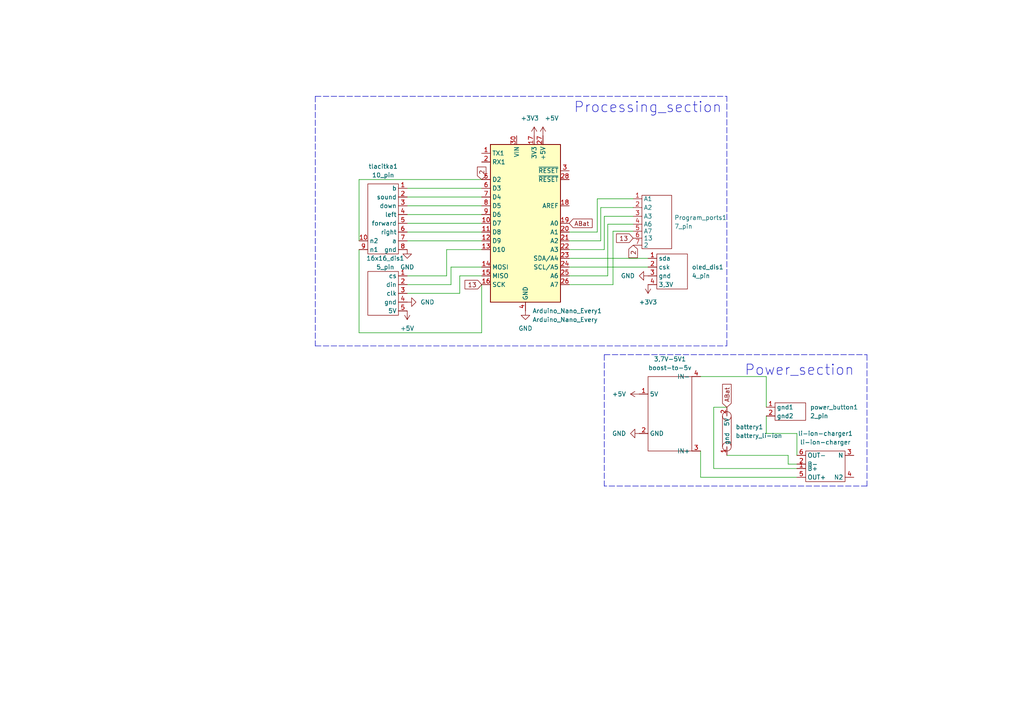
<source format=kicad_sch>
(kicad_sch (version 20211123) (generator eeschema)

  (uuid 01109662-12b4-48a3-b68d-624008909c2a)

  (paper "A4")

  (lib_symbols
    (symbol "Jst_tht_urx:10_pin" (in_bom yes) (on_board yes)
      (property "Reference" "U" (id 0) (at -6.35 10.16 0)
        (effects (font (size 1.27 1.27)))
      )
      (property "Value" "10_pin" (id 1) (at -2.54 10.16 0)
        (effects (font (size 1.27 1.27)))
      )
      (property "Footprint" "" (id 2) (at 0 0 0)
        (effects (font (size 1.27 1.27)) hide)
      )
      (property "Datasheet" "" (id 3) (at 0 0 0)
        (effects (font (size 1.27 1.27)) hide)
      )
      (symbol "10_pin_0_1"
        (rectangle (start 1.27 8.89) (end -7.62 -11.43)
          (stroke (width 0) (type default) (color 0 0 0 0))
          (fill (type none))
        )
      )
      (symbol "10_pin_1_1"
        (pin input line (at 3.81 7.62 180) (length 2.54)
          (name "b" (effects (font (size 1.27 1.27))))
          (number "1" (effects (font (size 1.27 1.27))))
        )
        (pin input line (at -10.16 -7.62 0) (length 2.54)
          (name "n2" (effects (font (size 1.27 1.27))))
          (number "10" (effects (font (size 1.27 1.27))))
        )
        (pin input line (at 3.81 5.08 180) (length 2.54)
          (name "sound" (effects (font (size 1.27 1.27))))
          (number "2" (effects (font (size 1.27 1.27))))
        )
        (pin input line (at 3.81 2.54 180) (length 2.54)
          (name "down" (effects (font (size 1.27 1.27))))
          (number "3" (effects (font (size 1.27 1.27))))
        )
        (pin input line (at 3.81 0 180) (length 2.54)
          (name "left" (effects (font (size 1.27 1.27))))
          (number "4" (effects (font (size 1.27 1.27))))
        )
        (pin input line (at 3.81 -2.54 180) (length 2.54)
          (name "forward" (effects (font (size 1.27 1.27))))
          (number "5" (effects (font (size 1.27 1.27))))
        )
        (pin input line (at 3.81 -5.08 180) (length 2.54)
          (name "right" (effects (font (size 1.27 1.27))))
          (number "6" (effects (font (size 1.27 1.27))))
        )
        (pin input line (at 3.81 -7.62 180) (length 2.54)
          (name "a" (effects (font (size 1.27 1.27))))
          (number "7" (effects (font (size 1.27 1.27))))
        )
        (pin input line (at 3.81 -10.16 180) (length 2.54)
          (name "gnd" (effects (font (size 1.27 1.27))))
          (number "8" (effects (font (size 1.27 1.27))))
        )
        (pin input line (at -10.16 -10.16 0) (length 2.54)
          (name "n1" (effects (font (size 1.27 1.27))))
          (number "9" (effects (font (size 1.27 1.27))))
        )
      )
    )
    (symbol "Jst_tht_urx:2_pin" (in_bom yes) (on_board yes)
      (property "Reference" "U" (id 0) (at -6.35 10.16 0)
        (effects (font (size 1.27 1.27)))
      )
      (property "Value" "2_pin" (id 1) (at -2.54 10.16 0)
        (effects (font (size 1.27 1.27)))
      )
      (property "Footprint" "" (id 2) (at 0 0 0)
        (effects (font (size 1.27 1.27)) hide)
      )
      (property "Datasheet" "" (id 3) (at 0 0 0)
        (effects (font (size 1.27 1.27)) hide)
      )
      (symbol "2_pin_0_1"
        (polyline
          (pts
            (xy -7.62 8.89)
            (xy -7.62 3.81)
            (xy 1.27 3.81)
            (xy 1.27 8.89)
            (xy -7.62 8.89)
          )
          (stroke (width 0) (type default) (color 0 0 0 0))
          (fill (type none))
        )
      )
      (symbol "2_pin_1_1"
        (pin input line (at -10.16 7.62 0) (length 2.54)
          (name "gnd1" (effects (font (size 1.27 1.27))))
          (number "1" (effects (font (size 1.27 1.27))))
        )
        (pin input line (at -10.16 5.08 0) (length 2.54)
          (name "gnd2" (effects (font (size 1.27 1.27))))
          (number "2" (effects (font (size 1.27 1.27))))
        )
      )
    )
    (symbol "Jst_tht_urx:4_pin" (in_bom yes) (on_board yes)
      (property "Reference" "U" (id 0) (at -6.35 10.16 0)
        (effects (font (size 1.27 1.27)))
      )
      (property "Value" "4_pin" (id 1) (at -2.54 10.16 0)
        (effects (font (size 1.27 1.27)))
      )
      (property "Footprint" "" (id 2) (at 0 0 0)
        (effects (font (size 1.27 1.27)) hide)
      )
      (property "Datasheet" "" (id 3) (at 0 0 0)
        (effects (font (size 1.27 1.27)) hide)
      )
      (symbol "4_pin_0_1"
        (polyline
          (pts
            (xy 1.27 -1.27)
            (xy -7.62 -1.27)
            (xy -7.62 8.89)
            (xy 1.27 8.89)
            (xy 1.27 -1.27)
          )
          (stroke (width 0) (type default) (color 0 0 0 0))
          (fill (type none))
        )
      )
      (symbol "4_pin_1_1"
        (pin input line (at -10.16 7.62 0) (length 2.54)
          (name "sda" (effects (font (size 1.27 1.27))))
          (number "1" (effects (font (size 1.27 1.27))))
        )
        (pin input line (at -10.16 5.08 0) (length 2.54)
          (name "csk" (effects (font (size 1.27 1.27))))
          (number "2" (effects (font (size 1.27 1.27))))
        )
        (pin input line (at -10.16 2.54 0) (length 2.54)
          (name "gnd" (effects (font (size 1.27 1.27))))
          (number "3" (effects (font (size 1.27 1.27))))
        )
        (pin input line (at -10.16 0 0) (length 2.54)
          (name "3,3V" (effects (font (size 1.27 1.27))))
          (number "4" (effects (font (size 1.27 1.27))))
        )
      )
    )
    (symbol "Jst_tht_urx:5_pin" (in_bom yes) (on_board yes)
      (property "Reference" "U" (id 0) (at -5.08 10.16 0)
        (effects (font (size 1.27 1.27)))
      )
      (property "Value" "5_pin" (id 1) (at -1.27 10.16 0)
        (effects (font (size 1.27 1.27)))
      )
      (property "Footprint" "" (id 2) (at 0 0 0)
        (effects (font (size 1.27 1.27)) hide)
      )
      (property "Datasheet" "" (id 3) (at 0 0 0)
        (effects (font (size 1.27 1.27)) hide)
      )
      (symbol "5_pin_0_1"
        (polyline
          (pts
            (xy 1.27 8.89)
            (xy 1.27 -3.81)
            (xy -7.62 -3.81)
            (xy -7.62 8.89)
            (xy 1.27 8.89)
          )
          (stroke (width 0) (type default) (color 0 0 0 0))
          (fill (type none))
        )
      )
      (symbol "5_pin_1_1"
        (pin input line (at 3.81 7.62 180) (length 2.54)
          (name "cs" (effects (font (size 1.27 1.27))))
          (number "1" (effects (font (size 1.27 1.27))))
        )
        (pin input line (at 3.81 5.08 180) (length 2.54)
          (name "din" (effects (font (size 1.27 1.27))))
          (number "2" (effects (font (size 1.27 1.27))))
        )
        (pin input line (at 3.81 2.54 180) (length 2.54)
          (name "clk" (effects (font (size 1.27 1.27))))
          (number "3" (effects (font (size 1.27 1.27))))
        )
        (pin input line (at 3.81 0 180) (length 2.54)
          (name "gnd" (effects (font (size 1.27 1.27))))
          (number "4" (effects (font (size 1.27 1.27))))
        )
        (pin input line (at 3.81 -2.54 180) (length 2.54)
          (name "5V" (effects (font (size 1.27 1.27))))
          (number "5" (effects (font (size 1.27 1.27))))
        )
      )
    )
    (symbol "Jst_tht_urx:7_pin" (in_bom yes) (on_board yes)
      (property "Reference" "U" (id 0) (at -6.35 10.16 0)
        (effects (font (size 1.27 1.27)))
      )
      (property "Value" "7_pin" (id 1) (at -2.54 10.16 0)
        (effects (font (size 1.27 1.27)))
      )
      (property "Footprint" "" (id 2) (at 0 0 0)
        (effects (font (size 1.27 1.27)) hide)
      )
      (property "Datasheet" "" (id 3) (at 0 0 0)
        (effects (font (size 1.27 1.27)) hide)
      )
      (symbol "7_pin_0_1"
        (rectangle (start -7.62 8.636) (end 1.016 -6.858)
          (stroke (width 0) (type default) (color 0 0 0 0))
          (fill (type none))
        )
      )
      (symbol "7_pin_1_1"
        (pin input line (at -10.16 7.62 0) (length 2.54)
          (name "A1" (effects (font (size 1.27 1.27))))
          (number "1" (effects (font (size 1.27 1.27))))
        )
        (pin input line (at -10.16 5.08 0) (length 2.54)
          (name "A2" (effects (font (size 1.27 1.27))))
          (number "2" (effects (font (size 1.27 1.27))))
        )
        (pin input line (at -10.16 2.54 0) (length 2.54)
          (name "A3" (effects (font (size 1.27 1.27))))
          (number "3" (effects (font (size 1.27 1.27))))
        )
        (pin input line (at -10.16 0.254 0) (length 2.54)
          (name "A6" (effects (font (size 1.27 1.27))))
          (number "4" (effects (font (size 1.27 1.27))))
        )
        (pin input line (at -10.16 -1.778 0) (length 2.54)
          (name "A7" (effects (font (size 1.27 1.27))))
          (number "5" (effects (font (size 1.27 1.27))))
        )
        (pin input line (at -10.16 -3.81 0) (length 2.54)
          (name "13" (effects (font (size 1.27 1.27))))
          (number "6" (effects (font (size 1.27 1.27))))
        )
        (pin input line (at -10.16 -5.842 0) (length 2.54)
          (name "2" (effects (font (size 1.27 1.27))))
          (number "7" (effects (font (size 1.27 1.27))))
        )
      )
    )
    (symbol "MCU_Module:Arduino_Nano_Every" (in_bom yes) (on_board yes)
      (property "Reference" "A" (id 0) (at -10.16 23.495 0)
        (effects (font (size 1.27 1.27)) (justify left bottom))
      )
      (property "Value" "Arduino_Nano_Every" (id 1) (at 5.08 -24.13 0)
        (effects (font (size 1.27 1.27)) (justify left top))
      )
      (property "Footprint" "Module:Arduino_Nano" (id 2) (at 0 0 0)
        (effects (font (size 1.27 1.27) italic) hide)
      )
      (property "Datasheet" "https://content.arduino.cc/assets/NANOEveryV3.0_sch.pdf" (id 3) (at 0 0 0)
        (effects (font (size 1.27 1.27)) hide)
      )
      (property "ki_keywords" "Arduino nano microcontroller module USB UPDI AATMega4809 AVR" (id 4) (at 0 0 0)
        (effects (font (size 1.27 1.27)) hide)
      )
      (property "ki_description" "Arduino Nano Every" (id 5) (at 0 0 0)
        (effects (font (size 1.27 1.27)) hide)
      )
      (property "ki_fp_filters" "Arduino*Nano*" (id 6) (at 0 0 0)
        (effects (font (size 1.27 1.27)) hide)
      )
      (symbol "Arduino_Nano_Every_0_1"
        (rectangle (start -10.16 22.86) (end 10.16 -22.86)
          (stroke (width 0.254) (type default) (color 0 0 0 0))
          (fill (type background))
        )
      )
      (symbol "Arduino_Nano_Every_1_1"
        (pin bidirectional line (at -12.7 20.32 0) (length 2.54)
          (name "TX1" (effects (font (size 1.27 1.27))))
          (number "1" (effects (font (size 1.27 1.27))))
        )
        (pin bidirectional line (at -12.7 0 0) (length 2.54)
          (name "D7" (effects (font (size 1.27 1.27))))
          (number "10" (effects (font (size 1.27 1.27))))
        )
        (pin bidirectional line (at -12.7 -2.54 0) (length 2.54)
          (name "D8" (effects (font (size 1.27 1.27))))
          (number "11" (effects (font (size 1.27 1.27))))
        )
        (pin bidirectional line (at -12.7 -5.08 0) (length 2.54)
          (name "D9" (effects (font (size 1.27 1.27))))
          (number "12" (effects (font (size 1.27 1.27))))
        )
        (pin bidirectional line (at -12.7 -7.62 0) (length 2.54)
          (name "D10" (effects (font (size 1.27 1.27))))
          (number "13" (effects (font (size 1.27 1.27))))
        )
        (pin bidirectional line (at -12.7 -12.7 0) (length 2.54)
          (name "MOSI" (effects (font (size 1.27 1.27))))
          (number "14" (effects (font (size 1.27 1.27))))
        )
        (pin bidirectional line (at -12.7 -15.24 0) (length 2.54)
          (name "MISO" (effects (font (size 1.27 1.27))))
          (number "15" (effects (font (size 1.27 1.27))))
        )
        (pin bidirectional line (at -12.7 -17.78 0) (length 2.54)
          (name "SCK" (effects (font (size 1.27 1.27))))
          (number "16" (effects (font (size 1.27 1.27))))
        )
        (pin power_out line (at 2.54 25.4 270) (length 2.54)
          (name "3V3" (effects (font (size 1.27 1.27))))
          (number "17" (effects (font (size 1.27 1.27))))
        )
        (pin input line (at 12.7 5.08 180) (length 2.54)
          (name "AREF" (effects (font (size 1.27 1.27))))
          (number "18" (effects (font (size 1.27 1.27))))
        )
        (pin bidirectional line (at 12.7 0 180) (length 2.54)
          (name "A0" (effects (font (size 1.27 1.27))))
          (number "19" (effects (font (size 1.27 1.27))))
        )
        (pin bidirectional line (at -12.7 17.78 0) (length 2.54)
          (name "RX1" (effects (font (size 1.27 1.27))))
          (number "2" (effects (font (size 1.27 1.27))))
        )
        (pin bidirectional line (at 12.7 -2.54 180) (length 2.54)
          (name "A1" (effects (font (size 1.27 1.27))))
          (number "20" (effects (font (size 1.27 1.27))))
        )
        (pin bidirectional line (at 12.7 -5.08 180) (length 2.54)
          (name "A2" (effects (font (size 1.27 1.27))))
          (number "21" (effects (font (size 1.27 1.27))))
        )
        (pin bidirectional line (at 12.7 -7.62 180) (length 2.54)
          (name "A3" (effects (font (size 1.27 1.27))))
          (number "22" (effects (font (size 1.27 1.27))))
        )
        (pin bidirectional line (at 12.7 -10.16 180) (length 2.54)
          (name "SDA/A4" (effects (font (size 1.27 1.27))))
          (number "23" (effects (font (size 1.27 1.27))))
        )
        (pin bidirectional line (at 12.7 -12.7 180) (length 2.54)
          (name "SCL/A5" (effects (font (size 1.27 1.27))))
          (number "24" (effects (font (size 1.27 1.27))))
        )
        (pin bidirectional line (at 12.7 -15.24 180) (length 2.54)
          (name "A6" (effects (font (size 1.27 1.27))))
          (number "25" (effects (font (size 1.27 1.27))))
        )
        (pin bidirectional line (at 12.7 -17.78 180) (length 2.54)
          (name "A7" (effects (font (size 1.27 1.27))))
          (number "26" (effects (font (size 1.27 1.27))))
        )
        (pin power_out line (at 5.08 25.4 270) (length 2.54)
          (name "+5V" (effects (font (size 1.27 1.27))))
          (number "27" (effects (font (size 1.27 1.27))))
        )
        (pin input line (at 12.7 12.7 180) (length 2.54)
          (name "~{RESET}" (effects (font (size 1.27 1.27))))
          (number "28" (effects (font (size 1.27 1.27))))
        )
        (pin passive line (at 0 -25.4 90) (length 2.54) hide
          (name "GND" (effects (font (size 1.27 1.27))))
          (number "29" (effects (font (size 1.27 1.27))))
        )
        (pin input line (at 12.7 15.24 180) (length 2.54)
          (name "~{RESET}" (effects (font (size 1.27 1.27))))
          (number "3" (effects (font (size 1.27 1.27))))
        )
        (pin power_in line (at -2.54 25.4 270) (length 2.54)
          (name "VIN" (effects (font (size 1.27 1.27))))
          (number "30" (effects (font (size 1.27 1.27))))
        )
        (pin power_in line (at 0 -25.4 90) (length 2.54)
          (name "GND" (effects (font (size 1.27 1.27))))
          (number "4" (effects (font (size 1.27 1.27))))
        )
        (pin bidirectional line (at -12.7 12.7 0) (length 2.54)
          (name "D2" (effects (font (size 1.27 1.27))))
          (number "5" (effects (font (size 1.27 1.27))))
        )
        (pin bidirectional line (at -12.7 10.16 0) (length 2.54)
          (name "D3" (effects (font (size 1.27 1.27))))
          (number "6" (effects (font (size 1.27 1.27))))
        )
        (pin bidirectional line (at -12.7 7.62 0) (length 2.54)
          (name "D4" (effects (font (size 1.27 1.27))))
          (number "7" (effects (font (size 1.27 1.27))))
        )
        (pin bidirectional line (at -12.7 5.08 0) (length 2.54)
          (name "D5" (effects (font (size 1.27 1.27))))
          (number "8" (effects (font (size 1.27 1.27))))
        )
        (pin bidirectional line (at -12.7 2.54 0) (length 2.54)
          (name "D6" (effects (font (size 1.27 1.27))))
          (number "9" (effects (font (size 1.27 1.27))))
        )
      )
    )
    (symbol "boost-5v:battery_li-ion" (in_bom yes) (on_board yes)
      (property "Reference" "U" (id 0) (at 3.81 1.27 0)
        (effects (font (size 1.27 1.27)))
      )
      (property "Value" "battery_li-ion" (id 1) (at 8.89 3.81 0)
        (effects (font (size 1.27 1.27)))
      )
      (property "Footprint" "" (id 2) (at 0 0 0)
        (effects (font (size 1.27 1.27)) hide)
      )
      (property "Datasheet" "" (id 3) (at 0 0 0)
        (effects (font (size 1.27 1.27)) hide)
      )
      (symbol "battery_li-ion_0_1"
        (circle (center 0 -3.81) (radius 1.27)
          (stroke (width 0) (type default) (color 0 0 0 0))
          (fill (type none))
        )
        (polyline
          (pts
            (xy -1.27 5.08)
            (xy -1.27 -3.81)
          )
          (stroke (width 0) (type default) (color 0 0 0 0))
          (fill (type none))
        )
        (polyline
          (pts
            (xy 1.27 -3.81)
            (xy 1.27 5.08)
            (xy 1.27 -1.27)
          )
          (stroke (width 0) (type default) (color 0 0 0 0))
          (fill (type none))
        )
        (circle (center 0 5.08) (radius 1.27)
          (stroke (width 0) (type default) (color 0 0 0 0))
          (fill (type none))
        )
      )
      (symbol "battery_li-ion_1_1"
        (pin input line (at 0 -6.35 90) (length 2.54)
          (name "gnd" (effects (font (size 1.27 1.27))))
          (number "1" (effects (font (size 1.27 1.27))))
        )
        (pin input line (at 0 7.62 270) (length 2.54)
          (name "5V" (effects (font (size 1.27 1.27))))
          (number "2" (effects (font (size 1.27 1.27))))
        )
      )
    )
    (symbol "boost-5v:boost-to-5v" (in_bom yes) (on_board yes)
      (property "Reference" "U" (id 0) (at 0 11.43 0)
        (effects (font (size 1.27 1.27)))
      )
      (property "Value" "boost-to-5v" (id 1) (at 0 1.27 0)
        (effects (font (size 1.27 1.27)))
      )
      (property "Footprint" "urx_0_5_library:boost-to-5v" (id 2) (at 0 3.81 0)
        (effects (font (size 1.27 1.27)))
      )
      (property "Datasheet" "" (id 3) (at 0 0 0)
        (effects (font (size 1.27 1.27)) hide)
      )
      (symbol "boost-to-5v_0_1"
        (rectangle (start -6.35 12.7) (end 6.35 -8.89)
          (stroke (width 0) (type default) (color 0 0 0 0))
          (fill (type none))
        )
      )
      (symbol "boost-to-5v_1_1"
        (pin input line (at -8.89 7.62 0) (length 2.54)
          (name "5V" (effects (font (size 1.27 1.27))))
          (number "1" (effects (font (size 1.27 1.27))))
        )
        (pin input line (at -8.89 -3.81 0) (length 2.54)
          (name "GND" (effects (font (size 1.27 1.27))))
          (number "2" (effects (font (size 1.27 1.27))))
        )
        (pin input line (at 8.89 -8.89 180) (length 2.54)
          (name "IN+" (effects (font (size 1.27 1.27))))
          (number "3" (effects (font (size 1.27 1.27))))
        )
        (pin input line (at 8.89 12.7 180) (length 2.54)
          (name "IN-" (effects (font (size 1.27 1.27))))
          (number "4" (effects (font (size 1.27 1.27))))
        )
      )
    )
    (symbol "boost-5v:li-ion-charger" (in_bom yes) (on_board yes)
      (property "Reference" "U" (id 0) (at 0 0 0)
        (effects (font (size 1.27 1.27)))
      )
      (property "Value" "li-ion-charger" (id 1) (at 0 6.35 0)
        (effects (font (size 1.27 1.27)))
      )
      (property "Footprint" "urx_0_5_library:li-ion-charger" (id 2) (at 0 0 0)
        (effects (font (size 1.27 1.27)) hide)
      )
      (property "Datasheet" "" (id 3) (at 0 0 0)
        (effects (font (size 1.27 1.27)) hide)
      )
      (symbol "li-ion-charger_0_1"
        (rectangle (start -5.08 5.08) (end 6.35 -3.81)
          (stroke (width 0) (type default) (color 0 0 0 0))
          (fill (type none))
        )
      )
      (symbol "li-ion-charger_1_1"
        (pin input line (at -7.62 0 0) (length 2.54)
          (name "B+" (effects (font (size 1.27 1.27))))
          (number "1" (effects (font (size 1.27 1.27))))
        )
        (pin input line (at -7.62 1.27 0) (length 2.54)
          (name "B-" (effects (font (size 1.27 1.27))))
          (number "2" (effects (font (size 1.27 1.27))))
        )
        (pin input line (at 8.89 3.81 180) (length 2.54)
          (name "N" (effects (font (size 1.27 1.27))))
          (number "3" (effects (font (size 1.27 1.27))))
        )
        (pin input line (at 8.89 -2.54 180) (length 2.54)
          (name "N2" (effects (font (size 1.27 1.27))))
          (number "4" (effects (font (size 1.27 1.27))))
        )
        (pin input line (at -7.62 -2.54 0) (length 2.54)
          (name "OUT+" (effects (font (size 1.27 1.27))))
          (number "5" (effects (font (size 1.27 1.27))))
        )
        (pin input line (at -7.62 3.81 0) (length 2.54)
          (name "OUT-" (effects (font (size 1.27 1.27))))
          (number "6" (effects (font (size 1.27 1.27))))
        )
      )
    )
    (symbol "power:+3.3V" (power) (pin_names (offset 0)) (in_bom yes) (on_board yes)
      (property "Reference" "#PWR" (id 0) (at 0 -3.81 0)
        (effects (font (size 1.27 1.27)) hide)
      )
      (property "Value" "+3.3V" (id 1) (at 0 3.556 0)
        (effects (font (size 1.27 1.27)))
      )
      (property "Footprint" "" (id 2) (at 0 0 0)
        (effects (font (size 1.27 1.27)) hide)
      )
      (property "Datasheet" "" (id 3) (at 0 0 0)
        (effects (font (size 1.27 1.27)) hide)
      )
      (property "ki_keywords" "power-flag" (id 4) (at 0 0 0)
        (effects (font (size 1.27 1.27)) hide)
      )
      (property "ki_description" "Power symbol creates a global label with name \"+3.3V\"" (id 5) (at 0 0 0)
        (effects (font (size 1.27 1.27)) hide)
      )
      (symbol "+3.3V_0_1"
        (polyline
          (pts
            (xy -0.762 1.27)
            (xy 0 2.54)
          )
          (stroke (width 0) (type default) (color 0 0 0 0))
          (fill (type none))
        )
        (polyline
          (pts
            (xy 0 0)
            (xy 0 2.54)
          )
          (stroke (width 0) (type default) (color 0 0 0 0))
          (fill (type none))
        )
        (polyline
          (pts
            (xy 0 2.54)
            (xy 0.762 1.27)
          )
          (stroke (width 0) (type default) (color 0 0 0 0))
          (fill (type none))
        )
      )
      (symbol "+3.3V_1_1"
        (pin power_in line (at 0 0 90) (length 0) hide
          (name "+3V3" (effects (font (size 1.27 1.27))))
          (number "1" (effects (font (size 1.27 1.27))))
        )
      )
    )
    (symbol "power:+5V" (power) (pin_names (offset 0)) (in_bom yes) (on_board yes)
      (property "Reference" "#PWR" (id 0) (at 0 -3.81 0)
        (effects (font (size 1.27 1.27)) hide)
      )
      (property "Value" "+5V" (id 1) (at 0 3.556 0)
        (effects (font (size 1.27 1.27)))
      )
      (property "Footprint" "" (id 2) (at 0 0 0)
        (effects (font (size 1.27 1.27)) hide)
      )
      (property "Datasheet" "" (id 3) (at 0 0 0)
        (effects (font (size 1.27 1.27)) hide)
      )
      (property "ki_keywords" "power-flag" (id 4) (at 0 0 0)
        (effects (font (size 1.27 1.27)) hide)
      )
      (property "ki_description" "Power symbol creates a global label with name \"+5V\"" (id 5) (at 0 0 0)
        (effects (font (size 1.27 1.27)) hide)
      )
      (symbol "+5V_0_1"
        (polyline
          (pts
            (xy -0.762 1.27)
            (xy 0 2.54)
          )
          (stroke (width 0) (type default) (color 0 0 0 0))
          (fill (type none))
        )
        (polyline
          (pts
            (xy 0 0)
            (xy 0 2.54)
          )
          (stroke (width 0) (type default) (color 0 0 0 0))
          (fill (type none))
        )
        (polyline
          (pts
            (xy 0 2.54)
            (xy 0.762 1.27)
          )
          (stroke (width 0) (type default) (color 0 0 0 0))
          (fill (type none))
        )
      )
      (symbol "+5V_1_1"
        (pin power_in line (at 0 0 90) (length 0) hide
          (name "+5V" (effects (font (size 1.27 1.27))))
          (number "1" (effects (font (size 1.27 1.27))))
        )
      )
    )
    (symbol "power:GND" (power) (pin_names (offset 0)) (in_bom yes) (on_board yes)
      (property "Reference" "#PWR" (id 0) (at 0 -6.35 0)
        (effects (font (size 1.27 1.27)) hide)
      )
      (property "Value" "GND" (id 1) (at 0 -3.81 0)
        (effects (font (size 1.27 1.27)))
      )
      (property "Footprint" "" (id 2) (at 0 0 0)
        (effects (font (size 1.27 1.27)) hide)
      )
      (property "Datasheet" "" (id 3) (at 0 0 0)
        (effects (font (size 1.27 1.27)) hide)
      )
      (property "ki_keywords" "power-flag" (id 4) (at 0 0 0)
        (effects (font (size 1.27 1.27)) hide)
      )
      (property "ki_description" "Power symbol creates a global label with name \"GND\" , ground" (id 5) (at 0 0 0)
        (effects (font (size 1.27 1.27)) hide)
      )
      (symbol "GND_0_1"
        (polyline
          (pts
            (xy 0 0)
            (xy 0 -1.27)
            (xy 1.27 -1.27)
            (xy 0 -2.54)
            (xy -1.27 -1.27)
            (xy 0 -1.27)
          )
          (stroke (width 0) (type default) (color 0 0 0 0))
          (fill (type none))
        )
      )
      (symbol "GND_1_1"
        (pin power_in line (at 0 0 270) (length 0) hide
          (name "GND" (effects (font (size 1.27 1.27))))
          (number "1" (effects (font (size 1.27 1.27))))
        )
      )
    )
  )


  (wire (pts (xy 207.01 118.11) (xy 207.01 135.89))
    (stroke (width 0) (type default) (color 0 0 0 0))
    (uuid 00a2bb65-759e-4331-a3f7-c6ceaeafb881)
  )
  (wire (pts (xy 183.642 65.024) (xy 176.276 65.024))
    (stroke (width 0) (type default) (color 0 0 0 0))
    (uuid 08b98492-9013-4277-8609-f10923a9d44f)
  )
  (wire (pts (xy 118.11 54.61) (xy 139.7 54.61))
    (stroke (width 0) (type default) (color 0 0 0 0))
    (uuid 0a8827c1-3361-41ee-931f-346dd66a9f8e)
  )
  (wire (pts (xy 133.35 85.09) (xy 133.35 80.01))
    (stroke (width 0) (type default) (color 0 0 0 0))
    (uuid 0b39989d-da0a-4db2-aaac-9d05cd8da2cf)
  )
  (wire (pts (xy 183.642 57.658) (xy 173.228 57.658))
    (stroke (width 0) (type default) (color 0 0 0 0))
    (uuid 100c5f05-b2f4-47fb-bd32-2151d413de8f)
  )
  (polyline (pts (xy 175.26 102.87) (xy 251.46 102.87))
    (stroke (width 0) (type default) (color 0 0 0 0))
    (uuid 147949b3-af2e-4bde-a003-6ceed142e708)
  )
  (polyline (pts (xy 91.44 100.33) (xy 210.82 100.33))
    (stroke (width 0) (type default) (color 0 0 0 0))
    (uuid 1736a79f-5974-4e04-ae1f-623cc85819c5)
  )

  (wire (pts (xy 176.276 65.024) (xy 176.276 80.01))
    (stroke (width 0) (type default) (color 0 0 0 0))
    (uuid 1b407040-cfe0-4308-ab1e-18efa472ef38)
  )
  (polyline (pts (xy 251.46 102.87) (xy 251.46 140.97))
    (stroke (width 0) (type default) (color 0 0 0 0))
    (uuid 1edd4980-7557-44fd-8462-d9a692b8d12f)
  )

  (wire (pts (xy 165.1 77.47) (xy 187.96 77.47))
    (stroke (width 0) (type default) (color 0 0 0 0))
    (uuid 22cdb640-c4f0-4f57-bf3d-ad627a4f4f44)
  )
  (wire (pts (xy 183.642 62.738) (xy 175.26 62.738))
    (stroke (width 0) (type default) (color 0 0 0 0))
    (uuid 250eeaae-57c4-4fc9-8315-cd48fe337715)
  )
  (wire (pts (xy 173.228 67.31) (xy 165.1 67.31))
    (stroke (width 0) (type default) (color 0 0 0 0))
    (uuid 2b24a9e2-118d-4a49-9695-222c16246682)
  )
  (wire (pts (xy 183.642 67.056) (xy 177.8 67.056))
    (stroke (width 0) (type default) (color 0 0 0 0))
    (uuid 2b37dc93-4390-404e-a69d-f585a3737f1e)
  )
  (wire (pts (xy 174.244 69.85) (xy 165.1 69.85))
    (stroke (width 0) (type default) (color 0 0 0 0))
    (uuid 3919d9b8-df54-458c-b4bc-44a33bf87320)
  )
  (wire (pts (xy 118.11 57.15) (xy 139.7 57.15))
    (stroke (width 0) (type default) (color 0 0 0 0))
    (uuid 3caac8eb-18d5-4e7d-b816-096d91b7f6eb)
  )
  (wire (pts (xy 104.14 96.52) (xy 139.7 96.52))
    (stroke (width 0) (type default) (color 0 0 0 0))
    (uuid 422f589e-ad7d-48f0-ad54-1d09a9f7daf5)
  )
  (wire (pts (xy 210.82 132.08) (xy 228.6 132.08))
    (stroke (width 0) (type default) (color 0 0 0 0))
    (uuid 44763b73-bb6a-4094-877a-490fc39a4ed5)
  )
  (wire (pts (xy 129.54 72.39) (xy 139.7 72.39))
    (stroke (width 0) (type default) (color 0 0 0 0))
    (uuid 460dd544-9344-42c0-9762-126f372c9ec1)
  )
  (wire (pts (xy 203.2 109.22) (xy 222.25 109.22))
    (stroke (width 0) (type default) (color 0 0 0 0))
    (uuid 4a8745df-2db3-45f3-8704-f352d04800f6)
  )
  (wire (pts (xy 228.6 134.62) (xy 231.14 134.62))
    (stroke (width 0) (type default) (color 0 0 0 0))
    (uuid 4af9f995-ac9f-4238-9ed7-c9b19f0ff14c)
  )
  (polyline (pts (xy 175.26 102.87) (xy 175.26 140.97))
    (stroke (width 0) (type default) (color 0 0 0 0))
    (uuid 4b6fbbcc-9a2e-4f7f-a0a5-cb5c7f0e9a6c)
  )

  (wire (pts (xy 231.14 138.43) (xy 203.2 138.43))
    (stroke (width 0) (type default) (color 0 0 0 0))
    (uuid 525c2aca-eaa0-45ed-b09f-8ecbb7b7a9f9)
  )
  (wire (pts (xy 118.11 85.09) (xy 133.35 85.09))
    (stroke (width 0) (type default) (color 0 0 0 0))
    (uuid 55914b9f-53ce-44fb-9542-4e431b0bbd65)
  )
  (wire (pts (xy 130.81 77.47) (xy 139.7 77.47))
    (stroke (width 0) (type default) (color 0 0 0 0))
    (uuid 62bbd744-26ec-4ce9-a39f-4af797510505)
  )
  (polyline (pts (xy 91.44 27.94) (xy 91.44 100.33))
    (stroke (width 0) (type default) (color 0 0 0 0))
    (uuid 63f36c63-9bf7-431f-ab9b-5d944f22b8ca)
  )

  (wire (pts (xy 222.25 125.73) (xy 222.25 120.65))
    (stroke (width 0) (type default) (color 0 0 0 0))
    (uuid 6efc4c3d-bcca-4038-869a-331609eef5ba)
  )
  (wire (pts (xy 118.11 59.69) (xy 139.7 59.69))
    (stroke (width 0) (type default) (color 0 0 0 0))
    (uuid 717c47df-493e-412a-bd0a-bf1fc1442f0e)
  )
  (polyline (pts (xy 210.82 100.33) (xy 210.82 27.94))
    (stroke (width 0) (type default) (color 0 0 0 0))
    (uuid 71b052f6-6e9b-49fb-b3f7-ad1ba15cca54)
  )

  (wire (pts (xy 210.82 118.11) (xy 207.01 118.11))
    (stroke (width 0) (type default) (color 0 0 0 0))
    (uuid 743abc65-0609-444b-b40e-858e3bcb2b0a)
  )
  (wire (pts (xy 118.11 67.31) (xy 139.7 67.31))
    (stroke (width 0) (type default) (color 0 0 0 0))
    (uuid 78094de9-f506-482d-83bd-37601ad5475b)
  )
  (wire (pts (xy 118.11 69.85) (xy 139.7 69.85))
    (stroke (width 0) (type default) (color 0 0 0 0))
    (uuid 7eb04066-cf83-4f56-995d-7318c28aeb81)
  )
  (wire (pts (xy 175.26 62.738) (xy 175.26 72.39))
    (stroke (width 0) (type default) (color 0 0 0 0))
    (uuid 825be8f5-f7a8-4eb5-b5f8-c3ce19abe1f7)
  )
  (wire (pts (xy 165.1 74.93) (xy 187.96 74.93))
    (stroke (width 0) (type default) (color 0 0 0 0))
    (uuid 9163d88e-f71c-4a61-bca9-a811c318c3ee)
  )
  (wire (pts (xy 133.35 80.01) (xy 139.7 80.01))
    (stroke (width 0) (type default) (color 0 0 0 0))
    (uuid 92d85d2f-333d-4d1b-b5f5-b35e8e6b190f)
  )
  (wire (pts (xy 104.14 69.85) (xy 104.14 52.07))
    (stroke (width 0) (type default) (color 0 0 0 0))
    (uuid 97cc3de8-6ec3-4e16-a834-410799b517b7)
  )
  (wire (pts (xy 231.14 125.73) (xy 222.25 125.73))
    (stroke (width 0) (type default) (color 0 0 0 0))
    (uuid 9969efbb-9937-4624-ac55-61bc0da2afc4)
  )
  (wire (pts (xy 173.228 57.658) (xy 173.228 67.31))
    (stroke (width 0) (type default) (color 0 0 0 0))
    (uuid 9a46ab32-277f-4a12-97c9-dfd03b6ea429)
  )
  (wire (pts (xy 118.11 64.77) (xy 139.7 64.77))
    (stroke (width 0) (type default) (color 0 0 0 0))
    (uuid 9aba54a4-e279-49d8-97a9-6a1a2662c7c6)
  )
  (wire (pts (xy 228.6 132.08) (xy 228.6 134.62))
    (stroke (width 0) (type default) (color 0 0 0 0))
    (uuid 9c90231d-d5c5-45fe-8655-3a3cdbf41555)
  )
  (wire (pts (xy 174.244 60.198) (xy 174.244 69.85))
    (stroke (width 0) (type default) (color 0 0 0 0))
    (uuid adc8caae-59c2-4408-9214-42b5d0803157)
  )
  (polyline (pts (xy 91.44 27.94) (xy 210.82 27.94))
    (stroke (width 0) (type default) (color 0 0 0 0))
    (uuid b2e6a279-254b-4541-9381-7694919d5560)
  )

  (wire (pts (xy 175.26 72.39) (xy 165.1 72.39))
    (stroke (width 0) (type default) (color 0 0 0 0))
    (uuid bd801c6a-8865-49aa-ae19-e59b03191952)
  )
  (wire (pts (xy 118.11 82.55) (xy 130.81 82.55))
    (stroke (width 0) (type default) (color 0 0 0 0))
    (uuid c2e5c38b-dad6-4c78-86c3-45404a0a028b)
  )
  (wire (pts (xy 130.81 82.55) (xy 130.81 77.47))
    (stroke (width 0) (type default) (color 0 0 0 0))
    (uuid c7102b20-97cf-4cea-883f-ecf3b03cd365)
  )
  (wire (pts (xy 207.01 135.89) (xy 231.14 135.89))
    (stroke (width 0) (type default) (color 0 0 0 0))
    (uuid cb20bc02-3b2b-48d9-9b37-2bbfb8ccb793)
  )
  (polyline (pts (xy 251.46 140.97) (xy 175.26 140.97))
    (stroke (width 0) (type default) (color 0 0 0 0))
    (uuid cbe69c7b-0b46-4698-80cd-09602d90d6a8)
  )

  (wire (pts (xy 104.14 52.07) (xy 139.7 52.07))
    (stroke (width 0) (type default) (color 0 0 0 0))
    (uuid cca82a32-c444-483e-9e64-3162da6d3e3e)
  )
  (wire (pts (xy 222.25 118.11) (xy 222.25 109.22))
    (stroke (width 0) (type default) (color 0 0 0 0))
    (uuid d5153286-4148-4eed-ac9c-c30f0d37578c)
  )
  (wire (pts (xy 177.8 82.55) (xy 165.1 82.55))
    (stroke (width 0) (type default) (color 0 0 0 0))
    (uuid d6d90977-2360-4607-9ee9-7717ecacd949)
  )
  (wire (pts (xy 104.14 72.39) (xy 104.14 96.52))
    (stroke (width 0) (type default) (color 0 0 0 0))
    (uuid d75a960a-4b8b-4882-a696-579464cd5b06)
  )
  (wire (pts (xy 129.54 80.01) (xy 129.54 72.39))
    (stroke (width 0) (type default) (color 0 0 0 0))
    (uuid d8c709f3-02d6-4ee1-be59-d78f6e52c9ea)
  )
  (wire (pts (xy 177.8 67.056) (xy 177.8 82.55))
    (stroke (width 0) (type default) (color 0 0 0 0))
    (uuid d9b8b231-5e21-4331-851f-e7ac0ffd774d)
  )
  (wire (pts (xy 183.642 60.198) (xy 174.244 60.198))
    (stroke (width 0) (type default) (color 0 0 0 0))
    (uuid e8569a5a-8633-4e86-8da9-77c611f544b8)
  )
  (wire (pts (xy 231.14 132.08) (xy 231.14 125.73))
    (stroke (width 0) (type default) (color 0 0 0 0))
    (uuid eb007bd7-b8cf-4075-abc5-7a614322c634)
  )
  (wire (pts (xy 139.7 96.52) (xy 139.7 82.55))
    (stroke (width 0) (type default) (color 0 0 0 0))
    (uuid ecd6b7df-8bf2-4e67-8c55-c3b23e767877)
  )
  (wire (pts (xy 118.11 80.01) (xy 129.54 80.01))
    (stroke (width 0) (type default) (color 0 0 0 0))
    (uuid f1137494-0de3-4ffe-bad9-8fa4f44d90c2)
  )
  (wire (pts (xy 118.11 62.23) (xy 139.7 62.23))
    (stroke (width 0) (type default) (color 0 0 0 0))
    (uuid f2c95b89-2bdc-4b03-a434-cd9e6b52d72d)
  )
  (wire (pts (xy 203.2 138.43) (xy 203.2 130.81))
    (stroke (width 0) (type default) (color 0 0 0 0))
    (uuid f9c7bec0-54c0-48b1-a6b5-05df54b573bf)
  )
  (wire (pts (xy 176.276 80.01) (xy 165.1 80.01))
    (stroke (width 0) (type default) (color 0 0 0 0))
    (uuid ff30b3dc-04e9-4b6c-a9a5-542d054ddc36)
  )

  (text "Processing_section\n" (at 166.37 33.02 0)
    (effects (font (size 3 3)) (justify left bottom))
    (uuid 6d0b1533-0aaa-477d-a8d9-bfa254d0cb31)
  )
  (text "Power_section\n" (at 215.9 109.22 0)
    (effects (font (size 3 3)) (justify left bottom))
    (uuid ff1cb1e3-7351-4011-8bce-a413dcacecb9)
  )

  (global_label "ABat" (shape input) (at 210.82 118.11 90) (fields_autoplaced)
    (effects (font (size 1.27 1.27)) (justify left))
    (uuid 10476021-0633-4757-aaa5-59958e3238c7)
    (property "Intersheet References" "${INTERSHEET_REFS}" (id 0) (at 210.7406 111.4636 90)
      (effects (font (size 1.27 1.27)) (justify left) hide)
    )
  )
  (global_label "2" (shape input) (at 183.642 71.12 270) (fields_autoplaced)
    (effects (font (size 1.27 1.27)) (justify right))
    (uuid 35fd4a6a-359c-4bc5-b55b-173c54d6bfe1)
    (property "Intersheet References" "${INTERSHEET_REFS}" (id 0) (at 183.5626 74.7426 90)
      (effects (font (size 1.27 1.27)) (justify right) hide)
    )
  )
  (global_label "13" (shape input) (at 139.7 82.55 180) (fields_autoplaced)
    (effects (font (size 1.27 1.27)) (justify right))
    (uuid 3f01845d-438e-48b4-aff4-03ef4199af4e)
    (property "Intersheet References" "${INTERSHEET_REFS}" (id 0) (at 134.8679 82.4706 0)
      (effects (font (size 1.27 1.27)) (justify right) hide)
    )
  )
  (global_label "13" (shape input) (at 183.642 69.088 180) (fields_autoplaced)
    (effects (font (size 1.27 1.27)) (justify right))
    (uuid 4824057b-41d6-4b4f-a9e1-82d12e1a8185)
    (property "Intersheet References" "${INTERSHEET_REFS}" (id 0) (at 178.8099 69.0086 0)
      (effects (font (size 1.27 1.27)) (justify right) hide)
    )
  )
  (global_label "ABat" (shape input) (at 165.1 64.77 0) (fields_autoplaced)
    (effects (font (size 1.27 1.27)) (justify left))
    (uuid 51bbb4d3-f402-4879-87f0-8b35ac82e9d3)
    (property "Intersheet References" "${INTERSHEET_REFS}" (id 0) (at 171.7464 64.6906 0)
      (effects (font (size 1.27 1.27)) (justify left) hide)
    )
  )
  (global_label "2" (shape input) (at 139.7 52.07 90) (fields_autoplaced)
    (effects (font (size 1.27 1.27)) (justify left))
    (uuid 8c26fdb4-c11e-4846-aa12-86d0a23bd30a)
    (property "Intersheet References" "${INTERSHEET_REFS}" (id 0) (at 139.6206 48.4474 90)
      (effects (font (size 1.27 1.27)) (justify left) hide)
    )
  )

  (symbol (lib_id "Jst_tht_urx:2_pin") (at 232.41 125.73 0) (unit 1)
    (in_bom yes) (on_board yes) (fields_autoplaced)
    (uuid 01f2c7cf-1af8-4d1d-8525-298de04ff0ee)
    (property "Reference" "power_button1" (id 0) (at 234.95 118.1099 0)
      (effects (font (size 1.27 1.27)) (justify left))
    )
    (property "Value" "2_pin" (id 1) (at 234.95 120.6499 0)
      (effects (font (size 1.27 1.27)) (justify left))
    )
    (property "Footprint" "Connector_PinHeader_2.00mm:PinHeader_1x02_P2.00mm_Vertical" (id 2) (at 232.41 125.73 0)
      (effects (font (size 1.27 1.27)) hide)
    )
    (property "Datasheet" "" (id 3) (at 232.41 125.73 0)
      (effects (font (size 1.27 1.27)) hide)
    )
    (pin "1" (uuid 426980aa-7d04-4317-b0da-b632f1063cb3))
    (pin "2" (uuid 0e3191a3-d0dd-474a-ab77-92abb8cf1902))
  )

  (symbol (lib_id "Jst_tht_urx:7_pin") (at 193.802 65.278 0) (unit 1)
    (in_bom yes) (on_board yes) (fields_autoplaced)
    (uuid 04f4acf4-6003-4947-bc1e-4370fabd8c31)
    (property "Reference" "Program_ports1" (id 0) (at 195.58 63.1189 0)
      (effects (font (size 1.27 1.27)) (justify left))
    )
    (property "Value" "7_pin" (id 1) (at 195.58 65.6589 0)
      (effects (font (size 1.27 1.27)) (justify left))
    )
    (property "Footprint" "Jst_tht_urx:7_pin" (id 2) (at 193.802 65.278 0)
      (effects (font (size 1.27 1.27)) hide)
    )
    (property "Datasheet" "" (id 3) (at 193.802 65.278 0)
      (effects (font (size 1.27 1.27)) hide)
    )
    (pin "1" (uuid 411f153d-a394-4772-b43b-d0abd8040ba9))
    (pin "2" (uuid 4644177b-767b-4afd-a8b0-2f6e486c1006))
    (pin "3" (uuid 9cff4f31-4b2f-44d3-8073-2e1839a54498))
    (pin "4" (uuid 092ffeae-8e84-4dd5-b028-a38b87da0a58))
    (pin "5" (uuid 2815cb81-a2ef-4067-ba49-8e1de190c1bf))
    (pin "6" (uuid 87f3a75e-cbcf-478c-aa1d-c54cbc382dda))
    (pin "7" (uuid 3affd1d4-81f5-4de0-a46c-bfc7edd280fb))
  )

  (symbol (lib_id "power:+5V") (at 157.48 39.37 0) (unit 1)
    (in_bom yes) (on_board yes)
    (uuid 1223913e-68ea-4875-b7d2-cec2fde35bb3)
    (property "Reference" "#PWR0107" (id 0) (at 157.48 43.18 0)
      (effects (font (size 1.27 1.27)) hide)
    )
    (property "Value" "+5V" (id 1) (at 160.02 34.29 0))
    (property "Footprint" "" (id 2) (at 157.48 39.37 0)
      (effects (font (size 1.27 1.27)) hide)
    )
    (property "Datasheet" "" (id 3) (at 157.48 39.37 0)
      (effects (font (size 1.27 1.27)) hide)
    )
    (pin "1" (uuid 6b1e2c3a-5da8-445a-ac70-ffab818c0b73))
  )

  (symbol (lib_id "power:+5V") (at 185.42 114.3 90) (unit 1)
    (in_bom yes) (on_board yes) (fields_autoplaced)
    (uuid 1bd50190-979b-49e3-a642-5fa4ed67df13)
    (property "Reference" "#PWR0105" (id 0) (at 189.23 114.3 0)
      (effects (font (size 1.27 1.27)) hide)
    )
    (property "Value" "+5V" (id 1) (at 181.61 114.2999 90)
      (effects (font (size 1.27 1.27)) (justify left))
    )
    (property "Footprint" "" (id 2) (at 185.42 114.3 0)
      (effects (font (size 1.27 1.27)) hide)
    )
    (property "Datasheet" "" (id 3) (at 185.42 114.3 0)
      (effects (font (size 1.27 1.27)) hide)
    )
    (pin "1" (uuid de64622d-aa49-4bce-8123-aed4d2a47023))
  )

  (symbol (lib_id "Jst_tht_urx:5_pin") (at 114.3 87.63 0) (unit 1)
    (in_bom yes) (on_board yes)
    (uuid 278882be-b9ee-4bfc-a3e1-6f2eb5af43c6)
    (property "Reference" "16x16_dis1" (id 0) (at 111.76 74.93 0))
    (property "Value" "5_pin" (id 1) (at 111.76 77.47 0))
    (property "Footprint" "Connector_JST:JST_PH_B5B-PH-K_1x05_P2.00mm_Vertical" (id 2) (at 114.3 87.63 0)
      (effects (font (size 1.27 1.27)) hide)
    )
    (property "Datasheet" "" (id 3) (at 114.3 87.63 0)
      (effects (font (size 1.27 1.27)) hide)
    )
    (pin "1" (uuid 5fc32284-73c4-40db-babb-50735b285722))
    (pin "2" (uuid dbd43cf9-683a-47a6-8f00-71e0f85eb022))
    (pin "3" (uuid 027cd2b5-edfa-48a7-9650-0c1a6c6cd56f))
    (pin "4" (uuid 0d37f1ae-1326-4bd8-8cba-4b7b4f4201a9))
    (pin "5" (uuid 9d3ec3e0-db33-4d35-bd69-ab313ceb1b05))
  )

  (symbol (lib_id "boost-5v:boost-to-5v") (at 194.31 121.92 0) (unit 1)
    (in_bom yes) (on_board yes) (fields_autoplaced)
    (uuid 4f371acf-8b49-4644-96f7-cc8162510020)
    (property "Reference" "3,7V-5V1" (id 0) (at 194.31 104.14 0))
    (property "Value" "boost-to-5v" (id 1) (at 194.31 106.68 0))
    (property "Footprint" "urx_0_5_library:boost-to-5v" (id 2) (at 194.31 121.92 0)
      (effects (font (size 1.27 1.27)) hide)
    )
    (property "Datasheet" "" (id 3) (at 194.31 121.92 0)
      (effects (font (size 1.27 1.27)) hide)
    )
    (pin "1" (uuid fa3a8d61-cfea-4c73-9e73-1312826e2650))
    (pin "2" (uuid 0edf4c71-208e-405b-acfc-c758284e7e73))
    (pin "3" (uuid e23e6ca8-f2bc-438d-ad5f-95a3049da43c))
    (pin "4" (uuid 263e4882-8ebe-4e05-bfdf-a40212cfb345))
  )

  (symbol (lib_id "Jst_tht_urx:10_pin") (at 114.3 62.23 0) (unit 1)
    (in_bom yes) (on_board yes) (fields_autoplaced)
    (uuid 64949719-93a4-4d0a-8be4-6eaaf56fa31f)
    (property "Reference" "tlacitka1" (id 0) (at 111.125 48.26 0))
    (property "Value" "10_pin" (id 1) (at 111.125 50.8 0))
    (property "Footprint" "Connector_JST:JST_PH_B10B-PH-K_1x10_P2.00mm_Vertical" (id 2) (at 114.3 62.23 0)
      (effects (font (size 1.27 1.27)) hide)
    )
    (property "Datasheet" "" (id 3) (at 114.3 62.23 0)
      (effects (font (size 1.27 1.27)) hide)
    )
    (pin "1" (uuid a61d347e-db84-4ca4-8dae-18d475955ed7))
    (pin "10" (uuid 38925feb-7343-4acb-a15d-5b2efb5fcba6))
    (pin "2" (uuid a3719c44-cce3-4c33-a483-f53938ba29b3))
    (pin "3" (uuid c5cd8812-723c-4ed9-8c07-e92c06ced69e))
    (pin "4" (uuid b2fdf033-e96d-4838-bd93-4403c3f5e764))
    (pin "5" (uuid ffd14491-5866-4bb3-b2f3-f24030205857))
    (pin "6" (uuid 34fce963-438c-4feb-9be0-68ceaef764e6))
    (pin "7" (uuid 7da89a35-e386-4155-ae69-362dbd644675))
    (pin "8" (uuid a14874f7-1f5c-485e-bcfd-74c678950b49))
    (pin "9" (uuid 906d1e88-2516-499d-a1e8-1c1c45deff54))
  )

  (symbol (lib_id "MCU_Module:Arduino_Nano_Every") (at 152.4 64.77 0) (unit 1)
    (in_bom yes) (on_board yes) (fields_autoplaced)
    (uuid 6ab77c87-4a7c-4d75-964d-ce186b337dcb)
    (property "Reference" "Arduino_Nano_Every1" (id 0) (at 154.4194 90.17 0)
      (effects (font (size 1.27 1.27)) (justify left))
    )
    (property "Value" "Arduino_Nano_Every" (id 1) (at 154.4194 92.71 0)
      (effects (font (size 1.27 1.27)) (justify left))
    )
    (property "Footprint" "Module:Arduino_Nano" (id 2) (at 152.4 64.77 0)
      (effects (font (size 1.27 1.27) italic) hide)
    )
    (property "Datasheet" "https://content.arduino.cc/assets/NANOEveryV3.0_sch.pdf" (id 3) (at 152.4 64.77 0)
      (effects (font (size 1.27 1.27)) hide)
    )
    (pin "1" (uuid 49b02e6f-696e-430b-8d9e-e8afeb9b0afb))
    (pin "10" (uuid f5f05fac-8b73-49ca-b75f-f55bcc5a81fd))
    (pin "11" (uuid 5f42c77d-de3f-4a8b-9183-4c2c96e5f090))
    (pin "12" (uuid 26e6a71c-c103-4752-83f3-0693e9588dec))
    (pin "13" (uuid 0b5c1c5f-fb5b-4b9d-a898-815b7f5bbff0))
    (pin "14" (uuid 1f486c18-119a-4f8e-8b7f-27fca79f94e3))
    (pin "15" (uuid 3d9e546c-3086-43dc-be44-fcc39a73206d))
    (pin "16" (uuid 5993cabe-beaa-4522-af32-bcdd72e041ca))
    (pin "17" (uuid c44034cf-c892-4783-8fa4-88851e408cd3))
    (pin "18" (uuid 9c5b9441-9345-4fb8-a0a8-0fe2abe371b3))
    (pin "19" (uuid 4c6510d9-017e-4c47-82ba-5105026c6f89))
    (pin "2" (uuid 10a35e0f-9c96-4172-86c1-74b0f3eb2d88))
    (pin "20" (uuid 21e3bd42-09d5-4909-b490-5b05f0b8e880))
    (pin "21" (uuid 0acb7b97-c6e6-44df-ad0d-230a70aa8726))
    (pin "22" (uuid 868f491a-5ff7-4d2f-abbf-765cbc1ddc85))
    (pin "23" (uuid 0eeb0702-3b6d-40b6-9f90-f47610b73b7f))
    (pin "24" (uuid f5b0e31d-7898-4c6c-9cca-f1b7a86abb45))
    (pin "25" (uuid d583e5aa-df48-4517-a3ec-278f49235b4f))
    (pin "26" (uuid 5ced3591-5f4a-4853-9704-7577f257b998))
    (pin "27" (uuid 9d89eb5e-6285-4416-b4d6-f808b388a814))
    (pin "28" (uuid a87a66dd-3cc7-4cd7-a72c-f0f51f6f816b))
    (pin "29" (uuid 16cff3e8-3080-4592-ae43-53c1cb829122))
    (pin "3" (uuid b7dd2a49-0387-4ad6-b4c9-7354e222318e))
    (pin "30" (uuid b3328878-1c43-458d-a283-b891018f774d))
    (pin "4" (uuid 74d44c9a-48e5-4795-9d19-f13c167dd17e))
    (pin "5" (uuid 56e38e93-0fc1-4dbf-8748-4e5e01cc51df))
    (pin "6" (uuid e09d8845-4a94-490b-8ae5-49fcd1e96d3f))
    (pin "7" (uuid e519dea5-160e-4d87-8e3b-1a646a8af848))
    (pin "8" (uuid a5aaa91d-99ad-4de2-919b-f14e62be944c))
    (pin "9" (uuid 9042990a-b399-4117-8078-5761730246af))
  )

  (symbol (lib_id "power:GND") (at 152.4 90.17 0) (unit 1)
    (in_bom yes) (on_board yes) (fields_autoplaced)
    (uuid 71fbbd9a-afde-43b0-bfe1-9549331973ef)
    (property "Reference" "#PWR0108" (id 0) (at 152.4 96.52 0)
      (effects (font (size 1.27 1.27)) hide)
    )
    (property "Value" "GND" (id 1) (at 152.4 95.25 0))
    (property "Footprint" "" (id 2) (at 152.4 90.17 0)
      (effects (font (size 1.27 1.27)) hide)
    )
    (property "Datasheet" "" (id 3) (at 152.4 90.17 0)
      (effects (font (size 1.27 1.27)) hide)
    )
    (pin "1" (uuid 58c5fc15-f57b-45d9-89c5-8a4bff436be0))
  )

  (symbol (lib_id "power:+5V") (at 118.11 90.17 180) (unit 1)
    (in_bom yes) (on_board yes) (fields_autoplaced)
    (uuid 84974464-fe72-4b8f-8b2c-041f08d42737)
    (property "Reference" "#PWR0102" (id 0) (at 118.11 86.36 0)
      (effects (font (size 1.27 1.27)) hide)
    )
    (property "Value" "+5V" (id 1) (at 118.11 95.25 0))
    (property "Footprint" "" (id 2) (at 118.11 90.17 0)
      (effects (font (size 1.27 1.27)) hide)
    )
    (property "Datasheet" "" (id 3) (at 118.11 90.17 0)
      (effects (font (size 1.27 1.27)) hide)
    )
    (pin "1" (uuid b7b6aecd-7e45-45ad-aa89-166a36eeb775))
  )

  (symbol (lib_id "power:+3.3V") (at 154.94 39.37 0) (unit 1)
    (in_bom yes) (on_board yes)
    (uuid 858f8c80-4fac-41d1-aebf-0ca0ca123e46)
    (property "Reference" "#PWR0110" (id 0) (at 154.94 43.18 0)
      (effects (font (size 1.27 1.27)) hide)
    )
    (property "Value" "+3.3V" (id 1) (at 153.67 34.29 0))
    (property "Footprint" "" (id 2) (at 154.94 39.37 0)
      (effects (font (size 1.27 1.27)) hide)
    )
    (property "Datasheet" "" (id 3) (at 154.94 39.37 0)
      (effects (font (size 1.27 1.27)) hide)
    )
    (pin "1" (uuid 5756a99d-c0b4-4261-8df7-36b3301d1b27))
  )

  (symbol (lib_id "power:GND") (at 185.42 125.73 270) (unit 1)
    (in_bom yes) (on_board yes) (fields_autoplaced)
    (uuid 890e58ad-24ef-4af8-b623-a4cb0131054a)
    (property "Reference" "#PWR0109" (id 0) (at 179.07 125.73 0)
      (effects (font (size 1.27 1.27)) hide)
    )
    (property "Value" "GND" (id 1) (at 181.61 125.7299 90)
      (effects (font (size 1.27 1.27)) (justify right))
    )
    (property "Footprint" "" (id 2) (at 185.42 125.73 0)
      (effects (font (size 1.27 1.27)) hide)
    )
    (property "Datasheet" "" (id 3) (at 185.42 125.73 0)
      (effects (font (size 1.27 1.27)) hide)
    )
    (pin "1" (uuid 8b0f5316-76bb-4a07-8f74-a0de7bcbb422))
  )

  (symbol (lib_id "power:+3.3V") (at 187.96 82.55 180) (unit 1)
    (in_bom yes) (on_board yes) (fields_autoplaced)
    (uuid 8e72ee99-f806-408f-a640-3e52dd4200b1)
    (property "Reference" "#PWR0106" (id 0) (at 187.96 78.74 0)
      (effects (font (size 1.27 1.27)) hide)
    )
    (property "Value" "+3.3V" (id 1) (at 187.96 87.63 0))
    (property "Footprint" "" (id 2) (at 187.96 82.55 0)
      (effects (font (size 1.27 1.27)) hide)
    )
    (property "Datasheet" "" (id 3) (at 187.96 82.55 0)
      (effects (font (size 1.27 1.27)) hide)
    )
    (pin "1" (uuid 6d21c6c2-fe35-489a-9d16-3e4ae7bb0bd8))
  )

  (symbol (lib_id "power:GND") (at 118.11 72.39 0) (unit 1)
    (in_bom yes) (on_board yes) (fields_autoplaced)
    (uuid ae79f188-84b0-4b28-9a3d-19837762adfe)
    (property "Reference" "#PWR0103" (id 0) (at 118.11 78.74 0)
      (effects (font (size 1.27 1.27)) hide)
    )
    (property "Value" "GND" (id 1) (at 118.11 77.47 0))
    (property "Footprint" "" (id 2) (at 118.11 72.39 0)
      (effects (font (size 1.27 1.27)) hide)
    )
    (property "Datasheet" "" (id 3) (at 118.11 72.39 0)
      (effects (font (size 1.27 1.27)) hide)
    )
    (pin "1" (uuid fb1fd9b9-14ae-4dea-8345-b3ff5819ec99))
  )

  (symbol (lib_id "boost-5v:li-ion-charger") (at 238.76 135.89 0) (unit 1)
    (in_bom yes) (on_board yes) (fields_autoplaced)
    (uuid b38da0b0-fe22-4c49-bbea-cf15b1d62315)
    (property "Reference" "li-ion-charger1" (id 0) (at 239.395 125.73 0))
    (property "Value" "li-ion-charger" (id 1) (at 239.395 128.27 0))
    (property "Footprint" "urx_0_5_library:li-ion-charger" (id 2) (at 238.76 135.89 0)
      (effects (font (size 1.27 1.27)) hide)
    )
    (property "Datasheet" "" (id 3) (at 238.76 135.89 0)
      (effects (font (size 1.27 1.27)) hide)
    )
    (pin "1" (uuid 80738ba3-f5c3-48c7-9598-f3ca47cb1b1e))
    (pin "2" (uuid e950cb7d-06d3-493b-b45c-1f5a3f31fcbe))
    (pin "3" (uuid 59c8c919-3439-4855-bc55-6ed4ee6a52ef))
    (pin "4" (uuid 5e4e370e-23e5-45d2-b571-c125f9b01b66))
    (pin "5" (uuid 83d3f496-93fc-4e85-b719-20ec484568ab))
    (pin "6" (uuid fc74fd80-226b-4259-9a7d-fefdcb47b352))
  )

  (symbol (lib_id "boost-5v:battery_li-ion") (at 210.82 125.73 0) (unit 1)
    (in_bom yes) (on_board yes) (fields_autoplaced)
    (uuid c4eb6065-c882-4f1d-9c19-118bf5fb56ef)
    (property "Reference" "battery1" (id 0) (at 213.36 123.8249 0)
      (effects (font (size 1.27 1.27)) (justify left))
    )
    (property "Value" "battery_li-ion" (id 1) (at 213.36 126.3649 0)
      (effects (font (size 1.27 1.27)) (justify left))
    )
    (property "Footprint" "urx_0_5_library:li-ion_battery" (id 2) (at 210.82 125.73 0)
      (effects (font (size 1.27 1.27)) hide)
    )
    (property "Datasheet" "" (id 3) (at 210.82 125.73 0)
      (effects (font (size 1.27 1.27)) hide)
    )
    (pin "1" (uuid 91d2625f-d428-4690-b3f3-0d678cd99da4))
    (pin "2" (uuid 45107359-63c4-4bb5-b93c-4625f5d2551f))
  )

  (symbol (lib_id "power:GND") (at 118.11 87.63 90) (unit 1)
    (in_bom yes) (on_board yes) (fields_autoplaced)
    (uuid c8638a73-478c-495e-904b-91d0fd14f5c0)
    (property "Reference" "#PWR0101" (id 0) (at 124.46 87.63 0)
      (effects (font (size 1.27 1.27)) hide)
    )
    (property "Value" "GND" (id 1) (at 121.92 87.6299 90)
      (effects (font (size 1.27 1.27)) (justify right))
    )
    (property "Footprint" "" (id 2) (at 118.11 87.63 0)
      (effects (font (size 1.27 1.27)) hide)
    )
    (property "Datasheet" "" (id 3) (at 118.11 87.63 0)
      (effects (font (size 1.27 1.27)) hide)
    )
    (pin "1" (uuid 6cae84a2-c6c5-413c-91f1-b93f51fb8432))
  )

  (symbol (lib_id "power:GND") (at 187.96 80.01 270) (unit 1)
    (in_bom yes) (on_board yes) (fields_autoplaced)
    (uuid cc6a4b3a-8733-49f7-8c99-30346c93a520)
    (property "Reference" "#PWR0104" (id 0) (at 181.61 80.01 0)
      (effects (font (size 1.27 1.27)) hide)
    )
    (property "Value" "GND" (id 1) (at 184.15 80.0099 90)
      (effects (font (size 1.27 1.27)) (justify right))
    )
    (property "Footprint" "" (id 2) (at 187.96 80.01 0)
      (effects (font (size 1.27 1.27)) hide)
    )
    (property "Datasheet" "" (id 3) (at 187.96 80.01 0)
      (effects (font (size 1.27 1.27)) hide)
    )
    (pin "1" (uuid 42343f04-7bea-4976-961a-15e10ce5dcd9))
  )

  (symbol (lib_id "Jst_tht_urx:4_pin") (at 198.12 82.55 0) (unit 1)
    (in_bom yes) (on_board yes) (fields_autoplaced)
    (uuid cfdedc12-3c51-46fa-8495-9efb2b1bdec1)
    (property "Reference" "oled_dis1" (id 0) (at 200.66 77.4699 0)
      (effects (font (size 1.27 1.27)) (justify left))
    )
    (property "Value" "4_pin" (id 1) (at 200.66 80.0099 0)
      (effects (font (size 1.27 1.27)) (justify left))
    )
    (property "Footprint" "Connector_JST:JST_PH_B4B-PH-K_1x04_P2.00mm_Vertical" (id 2) (at 198.12 82.55 0)
      (effects (font (size 1.27 1.27)) hide)
    )
    (property "Datasheet" "" (id 3) (at 198.12 82.55 0)
      (effects (font (size 1.27 1.27)) hide)
    )
    (pin "1" (uuid 01c54103-43fd-4633-ad9a-56f847926189))
    (pin "2" (uuid 4584a3fc-a32f-4345-bfa6-536a543bfb56))
    (pin "3" (uuid c1130167-bbf2-462a-952f-2a32978d02b4))
    (pin "4" (uuid 156dc492-3b0a-40b8-af07-cc4c3105f168))
  )

  (sheet_instances
    (path "/" (page "1"))
  )

  (symbol_instances
    (path "/c8638a73-478c-495e-904b-91d0fd14f5c0"
      (reference "#PWR0101") (unit 1) (value "GND") (footprint "")
    )
    (path "/84974464-fe72-4b8f-8b2c-041f08d42737"
      (reference "#PWR0102") (unit 1) (value "+5V") (footprint "")
    )
    (path "/ae79f188-84b0-4b28-9a3d-19837762adfe"
      (reference "#PWR0103") (unit 1) (value "GND") (footprint "")
    )
    (path "/cc6a4b3a-8733-49f7-8c99-30346c93a520"
      (reference "#PWR0104") (unit 1) (value "GND") (footprint "")
    )
    (path "/1bd50190-979b-49e3-a642-5fa4ed67df13"
      (reference "#PWR0105") (unit 1) (value "+5V") (footprint "")
    )
    (path "/8e72ee99-f806-408f-a640-3e52dd4200b1"
      (reference "#PWR0106") (unit 1) (value "+3.3V") (footprint "")
    )
    (path "/1223913e-68ea-4875-b7d2-cec2fde35bb3"
      (reference "#PWR0107") (unit 1) (value "+5V") (footprint "")
    )
    (path "/71fbbd9a-afde-43b0-bfe1-9549331973ef"
      (reference "#PWR0108") (unit 1) (value "GND") (footprint "")
    )
    (path "/890e58ad-24ef-4af8-b623-a4cb0131054a"
      (reference "#PWR0109") (unit 1) (value "GND") (footprint "")
    )
    (path "/858f8c80-4fac-41d1-aebf-0ca0ca123e46"
      (reference "#PWR0110") (unit 1) (value "+3.3V") (footprint "")
    )
    (path "/4f371acf-8b49-4644-96f7-cc8162510020"
      (reference "3,7V-5V1") (unit 1) (value "boost-to-5v") (footprint "urx_0_5_library:boost-to-5v")
    )
    (path "/278882be-b9ee-4bfc-a3e1-6f2eb5af43c6"
      (reference "16x16_dis1") (unit 1) (value "5_pin") (footprint "Connector_JST:JST_PH_B5B-PH-K_1x05_P2.00mm_Vertical")
    )
    (path "/6ab77c87-4a7c-4d75-964d-ce186b337dcb"
      (reference "Arduino_Nano_Every1") (unit 1) (value "Arduino_Nano_Every") (footprint "Module:Arduino_Nano")
    )
    (path "/04f4acf4-6003-4947-bc1e-4370fabd8c31"
      (reference "Program_ports1") (unit 1) (value "7_pin") (footprint "Jst_tht_urx:7_pin")
    )
    (path "/c4eb6065-c882-4f1d-9c19-118bf5fb56ef"
      (reference "battery1") (unit 1) (value "battery_li-ion") (footprint "urx_0_5_library:li-ion_battery")
    )
    (path "/b38da0b0-fe22-4c49-bbea-cf15b1d62315"
      (reference "li-ion-charger1") (unit 1) (value "li-ion-charger") (footprint "urx_0_5_library:li-ion-charger")
    )
    (path "/cfdedc12-3c51-46fa-8495-9efb2b1bdec1"
      (reference "oled_dis1") (unit 1) (value "4_pin") (footprint "Connector_JST:JST_PH_B4B-PH-K_1x04_P2.00mm_Vertical")
    )
    (path "/01f2c7cf-1af8-4d1d-8525-298de04ff0ee"
      (reference "power_button1") (unit 1) (value "2_pin") (footprint "Connector_PinHeader_2.00mm:PinHeader_1x02_P2.00mm_Vertical")
    )
    (path "/64949719-93a4-4d0a-8be4-6eaaf56fa31f"
      (reference "tlacitka1") (unit 1) (value "10_pin") (footprint "Connector_JST:JST_PH_B10B-PH-K_1x10_P2.00mm_Vertical")
    )
  )
)

</source>
